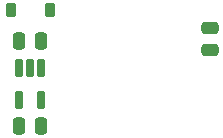
<source format=gbr>
%TF.GenerationSoftware,KiCad,Pcbnew,9.0.4*%
%TF.CreationDate,2026-01-24T18:49:14+00:00*%
%TF.ProjectId,rotary-switch,726f7461-7279-42d7-9377-697463682e6b,rev?*%
%TF.SameCoordinates,Original*%
%TF.FileFunction,Paste,Bot*%
%TF.FilePolarity,Positive*%
%FSLAX46Y46*%
G04 Gerber Fmt 4.6, Leading zero omitted, Abs format (unit mm)*
G04 Created by KiCad (PCBNEW 9.0.4) date 2026-01-24 18:49:14*
%MOMM*%
%LPD*%
G01*
G04 APERTURE LIST*
G04 Aperture macros list*
%AMRoundRect*
0 Rectangle with rounded corners*
0 $1 Rounding radius*
0 $2 $3 $4 $5 $6 $7 $8 $9 X,Y pos of 4 corners*
0 Add a 4 corners polygon primitive as box body*
4,1,4,$2,$3,$4,$5,$6,$7,$8,$9,$2,$3,0*
0 Add four circle primitives for the rounded corners*
1,1,$1+$1,$2,$3*
1,1,$1+$1,$4,$5*
1,1,$1+$1,$6,$7*
1,1,$1+$1,$8,$9*
0 Add four rect primitives between the rounded corners*
20,1,$1+$1,$2,$3,$4,$5,0*
20,1,$1+$1,$4,$5,$6,$7,0*
20,1,$1+$1,$6,$7,$8,$9,0*
20,1,$1+$1,$8,$9,$2,$3,0*%
G04 Aperture macros list end*
%ADD10RoundRect,0.250000X-0.250000X-0.475000X0.250000X-0.475000X0.250000X0.475000X-0.250000X0.475000X0*%
%ADD11RoundRect,0.250000X0.475000X-0.250000X0.475000X0.250000X-0.475000X0.250000X-0.475000X-0.250000X0*%
%ADD12RoundRect,0.162500X-0.162500X0.617500X-0.162500X-0.617500X0.162500X-0.617500X0.162500X0.617500X0*%
%ADD13RoundRect,0.225000X-0.225000X-0.375000X0.225000X-0.375000X0.225000X0.375000X-0.225000X0.375000X0*%
G04 APERTURE END LIST*
D10*
%TO.C,C3*%
X102050000Y-45100000D03*
X103950000Y-45100000D03*
%TD*%
%TO.C,C2*%
X102050001Y-37900000D03*
X103949999Y-37900000D03*
%TD*%
D11*
%TO.C,C1*%
X118210000Y-38679999D03*
X118210000Y-36780001D03*
%TD*%
D12*
%TO.C,U1*%
X102050000Y-40150000D03*
X103000000Y-40150000D03*
X103950000Y-40150000D03*
X103950000Y-42850000D03*
X102050000Y-42850000D03*
%TD*%
D13*
%TO.C,D1*%
X101349996Y-35300003D03*
X104650004Y-35299997D03*
%TD*%
M02*

</source>
